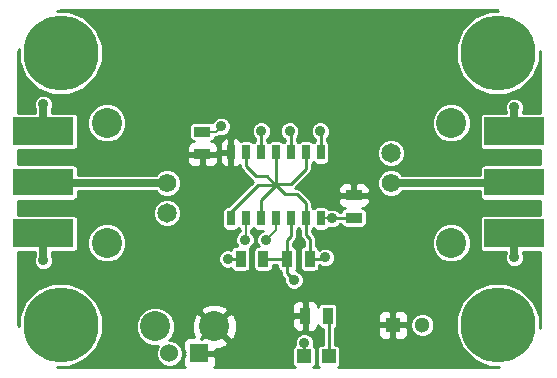
<source format=gtl>
G04 #@! TF.FileFunction,Copper,L1,Top,Signal*
%FSLAX46Y46*%
G04 Gerber Fmt 4.6, Leading zero omitted, Abs format (unit mm)*
G04 Created by KiCad (PCBNEW (after 2015-mar-04 BZR unknown)-product) date 2/18/2016 12:28:49 PM*
%MOMM*%
G01*
G04 APERTURE LIST*
%ADD10C,0.150000*%
%ADD11R,0.889000X1.397000*%
%ADD12R,1.397000X0.889000*%
%ADD13C,2.540000*%
%ADD14R,0.635000X1.270000*%
%ADD15C,6.350000*%
%ADD16R,5.080000X2.286000*%
%ADD17R,5.080000X2.413000*%
%ADD18C,1.574800*%
%ADD19C,1.651000*%
%ADD20R,1.198880X1.198880*%
%ADD21R,1.524000X1.524000*%
%ADD22C,1.524000*%
%ADD23R,1.300000X1.300000*%
%ADD24C,1.300000*%
%ADD25C,0.889000*%
%ADD26C,0.203200*%
%ADD27C,0.635000*%
%ADD28C,0.254000*%
G04 APERTURE END LIST*
D10*
D11*
X23177500Y-21463000D03*
X25082500Y-21463000D03*
X21145500Y-21463000D03*
X19240500Y-21463000D03*
D12*
X16000000Y-12582500D03*
X16000000Y-10677500D03*
D13*
X17018000Y-27178000D03*
X12018000Y-27178000D03*
D14*
X18415000Y-18034000D03*
X19685000Y-18034000D03*
X20955000Y-18034000D03*
X22225000Y-18034000D03*
X23495000Y-18034000D03*
X24765000Y-18034000D03*
X26035000Y-18034000D03*
X26035000Y-12446000D03*
X24765000Y-12446000D03*
X23495000Y-12446000D03*
X22225000Y-12446000D03*
X20955000Y-12446000D03*
X19685000Y-12446000D03*
X18415000Y-12446000D03*
D15*
X4000000Y-27030000D03*
X41000000Y-4030000D03*
X4000000Y-4030000D03*
D16*
X2540000Y-14986000D03*
D17*
X2540000Y-10668000D03*
X2540000Y-19304000D03*
D18*
X13000000Y-15030000D03*
D19*
X13000000Y-17570000D03*
D13*
X7920000Y-20110000D03*
X7920000Y-9950000D03*
D16*
X42418000Y-14986000D03*
D17*
X42418000Y-10668000D03*
X42418000Y-19304000D03*
D15*
X41000000Y-27030000D03*
D18*
X32000000Y-15030000D03*
D19*
X32000000Y-12490000D03*
D13*
X37080000Y-9950000D03*
X37080000Y-20110000D03*
D12*
X28829000Y-16065500D03*
X28829000Y-17970500D03*
D11*
X24701500Y-26289000D03*
X26606500Y-26289000D03*
D20*
X26703020Y-29718000D03*
X24604980Y-29718000D03*
D21*
X15748000Y-29464000D03*
D22*
X13208000Y-29464000D03*
D23*
X32131000Y-27051000D03*
D24*
X34631000Y-27051000D03*
D25*
X17600000Y-10230000D03*
X42418000Y-8636000D03*
X42418000Y-21336000D03*
X2540000Y-8382000D03*
X2540000Y-21590000D03*
X24638000Y-28575000D03*
X18161000Y-21463000D03*
X27000000Y-18030000D03*
X21400000Y-19830000D03*
X19600000Y-19830000D03*
X26416000Y-21336000D03*
X26000000Y-10630000D03*
X23400000Y-10630000D03*
X21000000Y-10630000D03*
X23749000Y-23241000D03*
D26*
X17152500Y-10677500D02*
X17600000Y-10230000D01*
X16000000Y-10677500D02*
X17152500Y-10677500D01*
D27*
X42418000Y-10668000D02*
X42418000Y-8636000D01*
X42418000Y-19304000D02*
X42418000Y-21336000D01*
X2540000Y-10668000D02*
X2540000Y-8382000D01*
X2540000Y-19304000D02*
X2540000Y-21590000D01*
D28*
X24604980Y-28608020D02*
X24638000Y-28575000D01*
X24604980Y-29718000D02*
X24604980Y-28608020D01*
X19240500Y-21463000D02*
X18161000Y-21463000D01*
D26*
X26996000Y-18034000D02*
X27000000Y-18030000D01*
X26996000Y-18034000D02*
X26035000Y-18034000D01*
D28*
X27059500Y-17970500D02*
X27000000Y-18030000D01*
X28829000Y-17970500D02*
X27059500Y-17970500D01*
D26*
X22225000Y-19005000D02*
X21400000Y-19830000D01*
X22225000Y-18034000D02*
X22225000Y-19005000D01*
X19685000Y-19745000D02*
X19600000Y-19830000D01*
X19685000Y-18034000D02*
X19685000Y-19745000D01*
X24895000Y-21275500D02*
X25082500Y-21463000D01*
X22200000Y-12471000D02*
X22225000Y-12446000D01*
D28*
X24765000Y-16764000D02*
X24003000Y-16002000D01*
X24003000Y-16002000D02*
X22987000Y-16002000D01*
X22987000Y-16002000D02*
X22225000Y-15240000D01*
X22225000Y-15240000D02*
X22225000Y-12446000D01*
X24765000Y-18034000D02*
X24765000Y-16764000D01*
X20955000Y-16510000D02*
X22225000Y-15240000D01*
X20955000Y-18034000D02*
X20955000Y-16510000D01*
X20701000Y-15240000D02*
X22225000Y-15240000D01*
X18415000Y-17526000D02*
X20701000Y-15240000D01*
X18415000Y-18034000D02*
X18415000Y-17526000D01*
X19685000Y-13589000D02*
X20574000Y-14478000D01*
X20574000Y-14478000D02*
X21463000Y-14478000D01*
X22098000Y-15113000D02*
X22225000Y-15240000D01*
X21463000Y-14478000D02*
X22098000Y-15113000D01*
X19685000Y-12446000D02*
X19685000Y-13589000D01*
X24765000Y-13843000D02*
X23495000Y-15113000D01*
X23495000Y-15113000D02*
X22098000Y-15113000D01*
X24765000Y-12446000D02*
X24765000Y-13843000D01*
X24765000Y-19431000D02*
X25082500Y-19748500D01*
X25082500Y-19748500D02*
X25082500Y-21463000D01*
X24765000Y-18034000D02*
X24765000Y-19431000D01*
X26416000Y-21336000D02*
X26289000Y-21463000D01*
X26289000Y-21463000D02*
X25082500Y-21463000D01*
D27*
X32000000Y-15030000D02*
X42000000Y-15030000D01*
X13000000Y-15030000D02*
X3000000Y-15030000D01*
D28*
X26035000Y-10665000D02*
X26000000Y-10630000D01*
X26035000Y-12446000D02*
X26035000Y-10665000D01*
X23495000Y-10725000D02*
X23400000Y-10630000D01*
X23495000Y-12446000D02*
X23495000Y-10725000D01*
X20955000Y-10675000D02*
X21000000Y-10630000D01*
X20955000Y-12446000D02*
X20955000Y-10675000D01*
X26703020Y-26385520D02*
X26606500Y-26289000D01*
X26703020Y-29718000D02*
X26703020Y-26385520D01*
X21145500Y-21463000D02*
X23177500Y-21463000D01*
X23495000Y-19558000D02*
X23177500Y-19875500D01*
X23177500Y-19875500D02*
X23177500Y-21463000D01*
X23495000Y-18034000D02*
X23495000Y-19558000D01*
X23177500Y-22669500D02*
X23749000Y-23241000D01*
X23177500Y-21463000D02*
X23177500Y-22669500D01*
G36*
X40982712Y-384210D02*
X41075328Y-474064D01*
X40295771Y-473384D01*
X38988319Y-1013612D01*
X37987128Y-2013058D01*
X37444619Y-3319565D01*
X37443384Y-4734229D01*
X37983612Y-6041681D01*
X38983058Y-7042872D01*
X40289565Y-7585381D01*
X41704229Y-7586616D01*
X43011681Y-7046388D01*
X44012872Y-6046942D01*
X44555381Y-4740435D01*
X44556158Y-3851088D01*
X44589085Y-3883034D01*
X44619800Y-4037448D01*
X44619800Y-9073036D01*
X43130365Y-9073036D01*
X43243357Y-8800923D01*
X43243643Y-8472518D01*
X43118233Y-8169002D01*
X42886219Y-7936583D01*
X42582923Y-7810643D01*
X42254518Y-7810357D01*
X41951002Y-7935767D01*
X41718583Y-8167781D01*
X41592643Y-8471077D01*
X41592357Y-8799482D01*
X41705387Y-9073036D01*
X39878000Y-9073036D01*
X39736810Y-9099603D01*
X39607135Y-9183046D01*
X39520141Y-9310366D01*
X39489536Y-9461500D01*
X39489536Y-11874500D01*
X39516103Y-12015690D01*
X39599546Y-12145365D01*
X39726866Y-12232359D01*
X39878000Y-12262964D01*
X44619800Y-12262964D01*
X44619800Y-13454536D01*
X39878000Y-13454536D01*
X39736810Y-13481103D01*
X39607135Y-13564546D01*
X39520141Y-13691866D01*
X39489536Y-13843000D01*
X39489536Y-14331500D01*
X32953645Y-14331500D01*
X32662709Y-14040057D01*
X32233429Y-13861804D01*
X31768611Y-13861398D01*
X31339019Y-14038901D01*
X31010057Y-14367291D01*
X30831804Y-14796571D01*
X30831398Y-15261389D01*
X31008901Y-15690981D01*
X31337291Y-16019943D01*
X31766571Y-16198196D01*
X32231389Y-16198602D01*
X32660981Y-16021099D01*
X32954090Y-15728500D01*
X39489536Y-15728500D01*
X39489536Y-16129000D01*
X39516103Y-16270190D01*
X39599546Y-16399865D01*
X39726866Y-16486859D01*
X39878000Y-16517464D01*
X44619800Y-16517464D01*
X44619800Y-17709036D01*
X39878000Y-17709036D01*
X39736810Y-17735603D01*
X39607135Y-17819046D01*
X39520141Y-17946366D01*
X39489536Y-18097500D01*
X39489536Y-20510500D01*
X39516103Y-20651690D01*
X39599546Y-20781365D01*
X39726866Y-20868359D01*
X39878000Y-20898964D01*
X41705635Y-20898964D01*
X41592643Y-21171077D01*
X41592357Y-21499482D01*
X41717767Y-21802998D01*
X41949781Y-22035417D01*
X42253077Y-22161357D01*
X42581482Y-22161643D01*
X42884998Y-22036233D01*
X43117417Y-21804219D01*
X43243357Y-21500923D01*
X43243643Y-21172518D01*
X43130613Y-20898964D01*
X44619800Y-20898964D01*
X44619800Y-26992552D01*
X44564791Y-27269104D01*
X44555785Y-27277680D01*
X44556616Y-26325771D01*
X44016388Y-25018319D01*
X43016942Y-24017128D01*
X41710435Y-23474619D01*
X40295771Y-23473384D01*
X38988319Y-24013612D01*
X37987128Y-25013058D01*
X37444619Y-26319565D01*
X37443384Y-27734229D01*
X37983612Y-29041681D01*
X38983058Y-30042872D01*
X40289565Y-30585381D01*
X41081974Y-30586072D01*
X41028922Y-30636598D01*
X40962552Y-30649800D01*
X27489552Y-30649800D01*
X27573325Y-30595894D01*
X27660319Y-30468574D01*
X27690924Y-30317440D01*
X27690924Y-29118560D01*
X27664357Y-28977370D01*
X27580914Y-28847695D01*
X27453594Y-28760701D01*
X27302460Y-28730096D01*
X27211020Y-28730096D01*
X27211020Y-27337280D01*
X27211843Y-27336750D01*
X30846000Y-27336750D01*
X30846000Y-27827310D01*
X30942673Y-28060699D01*
X31121302Y-28239327D01*
X31354691Y-28336000D01*
X31845250Y-28336000D01*
X32004000Y-28177250D01*
X32004000Y-27178000D01*
X32258000Y-27178000D01*
X32258000Y-28177250D01*
X32416750Y-28336000D01*
X32907309Y-28336000D01*
X33140698Y-28239327D01*
X33319327Y-28060699D01*
X33416000Y-27827310D01*
X33416000Y-27336750D01*
X33334429Y-27255179D01*
X33599822Y-27255179D01*
X33756451Y-27634251D01*
X34046223Y-27924529D01*
X34425022Y-28081820D01*
X34835179Y-28082178D01*
X35214251Y-27925549D01*
X35504529Y-27635777D01*
X35661820Y-27256978D01*
X35662178Y-26846821D01*
X35505549Y-26467749D01*
X35215777Y-26177471D01*
X34836978Y-26020180D01*
X34426821Y-26019822D01*
X34047749Y-26176451D01*
X33757471Y-26466223D01*
X33600180Y-26845022D01*
X33599822Y-27255179D01*
X33334429Y-27255179D01*
X33257250Y-27178000D01*
X32258000Y-27178000D01*
X32004000Y-27178000D01*
X31004750Y-27178000D01*
X30846000Y-27336750D01*
X27211843Y-27336750D01*
X27321865Y-27265954D01*
X27408859Y-27138634D01*
X27439464Y-26987500D01*
X27439464Y-26274690D01*
X30846000Y-26274690D01*
X30846000Y-26765250D01*
X31004750Y-26924000D01*
X32004000Y-26924000D01*
X32004000Y-25924750D01*
X32258000Y-25924750D01*
X32258000Y-26924000D01*
X33257250Y-26924000D01*
X33416000Y-26765250D01*
X33416000Y-26274690D01*
X33319327Y-26041301D01*
X33140698Y-25862673D01*
X32907309Y-25766000D01*
X32416750Y-25766000D01*
X32258000Y-25924750D01*
X32004000Y-25924750D01*
X31845250Y-25766000D01*
X31354691Y-25766000D01*
X31121302Y-25862673D01*
X30942673Y-26041301D01*
X30846000Y-26274690D01*
X27439464Y-26274690D01*
X27439464Y-25590500D01*
X27412897Y-25449310D01*
X27329454Y-25319635D01*
X27202134Y-25232641D01*
X27051000Y-25202036D01*
X26162000Y-25202036D01*
X26020810Y-25228603D01*
X25891135Y-25312046D01*
X25804141Y-25439366D01*
X25781000Y-25553641D01*
X25781000Y-25464190D01*
X25684327Y-25230801D01*
X25505698Y-25052173D01*
X25272309Y-24955500D01*
X24987250Y-24955500D01*
X24828500Y-25114250D01*
X24828500Y-26162000D01*
X24848500Y-26162000D01*
X24848500Y-26416000D01*
X24828500Y-26416000D01*
X24828500Y-27463750D01*
X24987250Y-27622500D01*
X25272309Y-27622500D01*
X25505698Y-27525827D01*
X25684327Y-27347199D01*
X25781000Y-27113810D01*
X25781000Y-27027167D01*
X25800103Y-27128690D01*
X25883546Y-27258365D01*
X26010866Y-27345359D01*
X26162000Y-27375964D01*
X26195020Y-27375964D01*
X26195020Y-28730096D01*
X26103580Y-28730096D01*
X25962390Y-28756663D01*
X25832715Y-28840106D01*
X25745721Y-28967426D01*
X25715116Y-29118560D01*
X25715116Y-30317440D01*
X25741683Y-30458630D01*
X25825126Y-30588305D01*
X25915127Y-30649800D01*
X25391512Y-30649800D01*
X25475285Y-30595894D01*
X25562279Y-30468574D01*
X25592884Y-30317440D01*
X25592884Y-29118560D01*
X25566317Y-28977370D01*
X25482874Y-28847695D01*
X25432810Y-28813488D01*
X25463357Y-28739923D01*
X25463643Y-28411518D01*
X25338233Y-28108002D01*
X25106219Y-27875583D01*
X24802923Y-27749643D01*
X24474518Y-27749357D01*
X24171002Y-27874767D01*
X23938583Y-28106781D01*
X23812643Y-28410077D01*
X23812357Y-28738482D01*
X23829212Y-28779274D01*
X23734675Y-28840106D01*
X23647681Y-28967426D01*
X23617076Y-29118560D01*
X23617076Y-30317440D01*
X23643643Y-30458630D01*
X23727086Y-30588305D01*
X23817087Y-30649800D01*
X16984226Y-30649800D01*
X17048327Y-30585699D01*
X17145000Y-30352310D01*
X17145000Y-29749750D01*
X16986250Y-29591000D01*
X15875000Y-29591000D01*
X15875000Y-29611000D01*
X15621000Y-29611000D01*
X15621000Y-29591000D01*
X15601000Y-29591000D01*
X15601000Y-29337000D01*
X15621000Y-29337000D01*
X15621000Y-29317000D01*
X15875000Y-29317000D01*
X15875000Y-29337000D01*
X16986250Y-29337000D01*
X17145000Y-29178250D01*
X17145000Y-29080329D01*
X17446632Y-29072436D01*
X18054480Y-28820657D01*
X18186172Y-28525777D01*
X17018000Y-27357605D01*
X16308605Y-28067000D01*
X16033750Y-28067000D01*
X15875002Y-28225748D01*
X15875002Y-28141393D01*
X16838395Y-27178000D01*
X17197605Y-27178000D01*
X18365777Y-28346172D01*
X18660657Y-28214480D01*
X18932261Y-27506964D01*
X18912436Y-26749368D01*
X18840107Y-26574750D01*
X23622000Y-26574750D01*
X23622000Y-27113810D01*
X23718673Y-27347199D01*
X23897302Y-27525827D01*
X24130691Y-27622500D01*
X24415750Y-27622500D01*
X24574500Y-27463750D01*
X24574500Y-26416000D01*
X23780750Y-26416000D01*
X23622000Y-26574750D01*
X18840107Y-26574750D01*
X18660657Y-26141520D01*
X18365777Y-26009828D01*
X17197605Y-27178000D01*
X16838395Y-27178000D01*
X15670223Y-26009828D01*
X15375343Y-26141520D01*
X15103739Y-26849036D01*
X15123564Y-27606632D01*
X15314255Y-28067000D01*
X14859691Y-28067000D01*
X14626302Y-28163673D01*
X14447673Y-28342301D01*
X14351000Y-28575690D01*
X14351000Y-29178250D01*
X14509748Y-29336998D01*
X14351111Y-29336998D01*
X14351198Y-29237641D01*
X14177554Y-28817388D01*
X13856303Y-28495577D01*
X13436354Y-28321199D01*
X13209909Y-28321001D01*
X13416834Y-28114437D01*
X13668713Y-27507845D01*
X13669286Y-26851037D01*
X13418466Y-26244005D01*
X13005406Y-25830223D01*
X15849828Y-25830223D01*
X17018000Y-26998395D01*
X18186172Y-25830223D01*
X18054480Y-25535343D01*
X17869130Y-25464190D01*
X23622000Y-25464190D01*
X23622000Y-26003250D01*
X23780750Y-26162000D01*
X24574500Y-26162000D01*
X24574500Y-25114250D01*
X24415750Y-24955500D01*
X24130691Y-24955500D01*
X23897302Y-25052173D01*
X23718673Y-25230801D01*
X23622000Y-25464190D01*
X17869130Y-25464190D01*
X17346964Y-25263739D01*
X16589368Y-25283564D01*
X15981520Y-25535343D01*
X15849828Y-25830223D01*
X13005406Y-25830223D01*
X12954437Y-25779166D01*
X12347845Y-25527287D01*
X11691037Y-25526714D01*
X11084005Y-25777534D01*
X10619166Y-26241563D01*
X10367287Y-26848155D01*
X10366714Y-27504963D01*
X10617534Y-28111995D01*
X11081563Y-28576834D01*
X11688155Y-28828713D01*
X12233975Y-28829189D01*
X12065199Y-29235646D01*
X12064802Y-29690359D01*
X12238446Y-30110612D01*
X12559697Y-30432423D01*
X12979646Y-30606801D01*
X13434359Y-30607198D01*
X13854612Y-30433554D01*
X14176423Y-30112303D01*
X14350801Y-29692354D01*
X14351000Y-29464425D01*
X14351000Y-29591002D01*
X14509748Y-29591002D01*
X14351000Y-29749750D01*
X14351000Y-30352310D01*
X14447673Y-30585699D01*
X14511774Y-30649800D01*
X4037448Y-30649800D01*
X3715461Y-30585753D01*
X4704229Y-30586616D01*
X6011681Y-30046388D01*
X7012872Y-29046942D01*
X7555381Y-27740435D01*
X7556616Y-26325771D01*
X7016388Y-25018319D01*
X6016942Y-24017128D01*
X4710435Y-23474619D01*
X3295771Y-23473384D01*
X1988319Y-24013612D01*
X987128Y-25013058D01*
X444619Y-26319565D01*
X443911Y-27131344D01*
X397633Y-27080195D01*
X380200Y-26992552D01*
X380200Y-20898964D01*
X1841500Y-20898964D01*
X1841500Y-21120866D01*
X1840583Y-21121781D01*
X1714643Y-21425077D01*
X1714357Y-21753482D01*
X1839767Y-22056998D01*
X2071781Y-22289417D01*
X2375077Y-22415357D01*
X2703482Y-22415643D01*
X3006998Y-22290233D01*
X3239417Y-22058219D01*
X3365357Y-21754923D01*
X3365643Y-21426518D01*
X3240233Y-21123002D01*
X3238500Y-21121266D01*
X3238500Y-20898964D01*
X5080000Y-20898964D01*
X5221190Y-20872397D01*
X5350865Y-20788954D01*
X5437859Y-20661634D01*
X5468464Y-20510500D01*
X5468464Y-20436963D01*
X6268714Y-20436963D01*
X6519534Y-21043995D01*
X6983563Y-21508834D01*
X7590155Y-21760713D01*
X8246963Y-21761286D01*
X8573214Y-21626482D01*
X17335357Y-21626482D01*
X17460767Y-21929998D01*
X17692781Y-22162417D01*
X17996077Y-22288357D01*
X18324482Y-22288643D01*
X18423743Y-22247629D01*
X18434103Y-22302690D01*
X18517546Y-22432365D01*
X18644866Y-22519359D01*
X18796000Y-22549964D01*
X19685000Y-22549964D01*
X19826190Y-22523397D01*
X19955865Y-22439954D01*
X20042859Y-22312634D01*
X20073464Y-22161500D01*
X20073464Y-20764500D01*
X20046897Y-20623310D01*
X20003806Y-20556344D01*
X20066998Y-20530233D01*
X20299417Y-20298219D01*
X20425357Y-19994923D01*
X20425643Y-19666518D01*
X20300233Y-19363002D01*
X20167600Y-19230137D01*
X20167600Y-19015511D01*
X20273365Y-18947454D01*
X20320005Y-18879194D01*
X20359046Y-18939865D01*
X20486366Y-19026859D01*
X20637500Y-19057464D01*
X21107989Y-19057464D01*
X20933002Y-19129767D01*
X20700583Y-19361781D01*
X20574643Y-19665077D01*
X20574357Y-19993482D01*
X20699767Y-20296998D01*
X20778667Y-20376036D01*
X20701000Y-20376036D01*
X20559810Y-20402603D01*
X20430135Y-20486046D01*
X20343141Y-20613366D01*
X20312536Y-20764500D01*
X20312536Y-22161500D01*
X20339103Y-22302690D01*
X20422546Y-22432365D01*
X20549866Y-22519359D01*
X20701000Y-22549964D01*
X21590000Y-22549964D01*
X21731190Y-22523397D01*
X21860865Y-22439954D01*
X21947859Y-22312634D01*
X21978464Y-22161500D01*
X21978464Y-21971000D01*
X22344536Y-21971000D01*
X22344536Y-22161500D01*
X22371103Y-22302690D01*
X22454546Y-22432365D01*
X22581866Y-22519359D01*
X22669500Y-22537105D01*
X22669500Y-22669500D01*
X22708169Y-22863903D01*
X22818290Y-23028710D01*
X22923593Y-23134013D01*
X22923357Y-23404482D01*
X23048767Y-23707998D01*
X23280781Y-23940417D01*
X23584077Y-24066357D01*
X23912482Y-24066643D01*
X24215998Y-23941233D01*
X24448417Y-23709219D01*
X24574357Y-23405923D01*
X24574643Y-23077518D01*
X24449233Y-22774002D01*
X24217219Y-22541583D01*
X23913923Y-22415643D01*
X23909479Y-22415639D01*
X23979859Y-22312634D01*
X24010464Y-22161500D01*
X24010464Y-20764500D01*
X23983897Y-20623310D01*
X23900454Y-20493635D01*
X23773134Y-20406641D01*
X23685500Y-20388895D01*
X23685500Y-20085920D01*
X23854210Y-19917210D01*
X23964331Y-19752403D01*
X24003000Y-19558000D01*
X24003000Y-18999167D01*
X24083365Y-18947454D01*
X24130005Y-18879194D01*
X24169046Y-18939865D01*
X24257000Y-18999961D01*
X24257000Y-19431000D01*
X24295669Y-19625403D01*
X24405790Y-19790210D01*
X24574500Y-19958920D01*
X24574500Y-20387984D01*
X24496810Y-20402603D01*
X24367135Y-20486046D01*
X24280141Y-20613366D01*
X24249536Y-20764500D01*
X24249536Y-22161500D01*
X24276103Y-22302690D01*
X24359546Y-22432365D01*
X24486866Y-22519359D01*
X24638000Y-22549964D01*
X25527000Y-22549964D01*
X25668190Y-22523397D01*
X25797865Y-22439954D01*
X25884859Y-22312634D01*
X25915464Y-22161500D01*
X25915464Y-22003044D01*
X25947781Y-22035417D01*
X26251077Y-22161357D01*
X26579482Y-22161643D01*
X26882998Y-22036233D01*
X27115417Y-21804219D01*
X27241357Y-21500923D01*
X27241643Y-21172518D01*
X27116233Y-20869002D01*
X26884219Y-20636583D01*
X26580923Y-20510643D01*
X26252518Y-20510357D01*
X25949002Y-20635767D01*
X25900375Y-20684309D01*
X25888897Y-20623310D01*
X25805454Y-20493635D01*
X25722512Y-20436963D01*
X35428714Y-20436963D01*
X35679534Y-21043995D01*
X36143563Y-21508834D01*
X36750155Y-21760713D01*
X37406963Y-21761286D01*
X38013995Y-21510466D01*
X38478834Y-21046437D01*
X38730713Y-20439845D01*
X38731286Y-19783037D01*
X38480466Y-19176005D01*
X38016437Y-18711166D01*
X37409845Y-18459287D01*
X36753037Y-18458714D01*
X36146005Y-18709534D01*
X35681166Y-19173563D01*
X35429287Y-19780155D01*
X35428714Y-20436963D01*
X25722512Y-20436963D01*
X25678134Y-20406641D01*
X25590500Y-20388895D01*
X25590500Y-19748500D01*
X25551831Y-19554097D01*
X25441710Y-19389290D01*
X25273000Y-19220580D01*
X25273000Y-18999167D01*
X25353365Y-18947454D01*
X25400005Y-18879194D01*
X25439046Y-18939865D01*
X25566366Y-19026859D01*
X25717500Y-19057464D01*
X26352500Y-19057464D01*
X26493690Y-19030897D01*
X26623365Y-18947454D01*
X26710359Y-18820134D01*
X26713453Y-18804854D01*
X26835077Y-18855357D01*
X27163482Y-18855643D01*
X27466998Y-18730233D01*
X27699417Y-18498219D01*
X27707605Y-18478500D01*
X27753984Y-18478500D01*
X27768603Y-18556190D01*
X27852046Y-18685865D01*
X27979366Y-18772859D01*
X28130500Y-18803464D01*
X29527500Y-18803464D01*
X29668690Y-18776897D01*
X29798365Y-18693454D01*
X29885359Y-18566134D01*
X29915964Y-18415000D01*
X29915964Y-17526000D01*
X29889397Y-17384810D01*
X29805954Y-17255135D01*
X29678634Y-17168141D01*
X29564359Y-17145000D01*
X29653810Y-17145000D01*
X29887199Y-17048327D01*
X30065827Y-16869698D01*
X30162500Y-16636309D01*
X30162500Y-16351250D01*
X30003750Y-16192500D01*
X28956000Y-16192500D01*
X28956000Y-16212500D01*
X28702000Y-16212500D01*
X28702000Y-16192500D01*
X27654250Y-16192500D01*
X27495500Y-16351250D01*
X27495500Y-16636309D01*
X27592173Y-16869698D01*
X27770801Y-17048327D01*
X28004190Y-17145000D01*
X28090833Y-17145000D01*
X27989310Y-17164103D01*
X27859635Y-17247546D01*
X27772641Y-17374866D01*
X27754895Y-17462500D01*
X27599906Y-17462500D01*
X27468219Y-17330583D01*
X27164923Y-17204643D01*
X26836518Y-17204357D01*
X26712875Y-17255445D01*
X26630954Y-17128135D01*
X26503634Y-17041141D01*
X26352500Y-17010536D01*
X25717500Y-17010536D01*
X25576310Y-17037103D01*
X25446635Y-17120546D01*
X25399995Y-17188806D01*
X25360954Y-17128135D01*
X25273000Y-17068039D01*
X25273000Y-16764000D01*
X25234331Y-16569597D01*
X25124210Y-16404790D01*
X24362210Y-15642790D01*
X24197403Y-15532669D01*
X24006474Y-15494691D01*
X27495500Y-15494691D01*
X27495500Y-15779750D01*
X27654250Y-15938500D01*
X28702000Y-15938500D01*
X28702000Y-15144750D01*
X28956000Y-15144750D01*
X28956000Y-15938500D01*
X30003750Y-15938500D01*
X30162500Y-15779750D01*
X30162500Y-15494691D01*
X30065827Y-15261302D01*
X29887199Y-15082673D01*
X29653810Y-14986000D01*
X29114750Y-14986000D01*
X28956000Y-15144750D01*
X28702000Y-15144750D01*
X28543250Y-14986000D01*
X28004190Y-14986000D01*
X27770801Y-15082673D01*
X27592173Y-15261302D01*
X27495500Y-15494691D01*
X24006474Y-15494691D01*
X24003000Y-15494000D01*
X23821599Y-15494000D01*
X23854210Y-15472210D01*
X25124210Y-14202210D01*
X25234331Y-14037404D01*
X25247738Y-13970000D01*
X25273000Y-13843000D01*
X25273000Y-13411167D01*
X25353365Y-13359454D01*
X25400005Y-13291194D01*
X25439046Y-13351865D01*
X25566366Y-13438859D01*
X25717500Y-13469464D01*
X26352500Y-13469464D01*
X26493690Y-13442897D01*
X26623365Y-13359454D01*
X26710359Y-13232134D01*
X26740964Y-13081000D01*
X26740964Y-12728935D01*
X30793291Y-12728935D01*
X30976582Y-13172535D01*
X31315680Y-13512225D01*
X31758959Y-13696290D01*
X32238935Y-13696709D01*
X32682535Y-13513418D01*
X33022225Y-13174320D01*
X33206290Y-12731041D01*
X33206709Y-12251065D01*
X33023418Y-11807465D01*
X32684320Y-11467775D01*
X32241041Y-11283710D01*
X31761065Y-11283291D01*
X31317465Y-11466582D01*
X30977775Y-11805680D01*
X30793710Y-12248959D01*
X30793291Y-12728935D01*
X26740964Y-12728935D01*
X26740964Y-11811000D01*
X26714397Y-11669810D01*
X26630954Y-11540135D01*
X26543000Y-11480039D01*
X26543000Y-11254363D01*
X26699417Y-11098219D01*
X26825357Y-10794923D01*
X26825643Y-10466518D01*
X26747321Y-10276963D01*
X35428714Y-10276963D01*
X35679534Y-10883995D01*
X36143563Y-11348834D01*
X36750155Y-11600713D01*
X37406963Y-11601286D01*
X38013995Y-11350466D01*
X38478834Y-10886437D01*
X38730713Y-10279845D01*
X38731286Y-9623037D01*
X38480466Y-9016005D01*
X38016437Y-8551166D01*
X37409845Y-8299287D01*
X36753037Y-8298714D01*
X36146005Y-8549534D01*
X35681166Y-9013563D01*
X35429287Y-9620155D01*
X35428714Y-10276963D01*
X26747321Y-10276963D01*
X26700233Y-10163002D01*
X26468219Y-9930583D01*
X26164923Y-9804643D01*
X25836518Y-9804357D01*
X25533002Y-9929767D01*
X25300583Y-10161781D01*
X25174643Y-10465077D01*
X25174357Y-10793482D01*
X25299767Y-11096998D01*
X25527000Y-11324628D01*
X25527000Y-11480833D01*
X25446635Y-11532546D01*
X25399995Y-11600806D01*
X25360954Y-11540135D01*
X25233634Y-11453141D01*
X25082500Y-11422536D01*
X24447500Y-11422536D01*
X24306310Y-11449103D01*
X24176635Y-11532546D01*
X24129995Y-11600806D01*
X24090954Y-11540135D01*
X24003000Y-11480039D01*
X24003000Y-11194468D01*
X24099417Y-11098219D01*
X24225357Y-10794923D01*
X24225643Y-10466518D01*
X24100233Y-10163002D01*
X23868219Y-9930583D01*
X23564923Y-9804643D01*
X23236518Y-9804357D01*
X22933002Y-9929767D01*
X22700583Y-10161781D01*
X22574643Y-10465077D01*
X22574357Y-10793482D01*
X22699767Y-11096998D01*
X22931781Y-11329417D01*
X22987000Y-11352346D01*
X22987000Y-11480833D01*
X22906635Y-11532546D01*
X22859995Y-11600806D01*
X22820954Y-11540135D01*
X22693634Y-11453141D01*
X22542500Y-11422536D01*
X21907500Y-11422536D01*
X21766310Y-11449103D01*
X21636635Y-11532546D01*
X21589995Y-11600806D01*
X21550954Y-11540135D01*
X21463000Y-11480039D01*
X21463000Y-11331885D01*
X21466998Y-11330233D01*
X21699417Y-11098219D01*
X21825357Y-10794923D01*
X21825643Y-10466518D01*
X21700233Y-10163002D01*
X21468219Y-9930583D01*
X21164923Y-9804643D01*
X20836518Y-9804357D01*
X20533002Y-9929767D01*
X20300583Y-10161781D01*
X20174643Y-10465077D01*
X20174357Y-10793482D01*
X20299767Y-11096998D01*
X20447000Y-11244488D01*
X20447000Y-11480833D01*
X20366635Y-11532546D01*
X20319995Y-11600806D01*
X20280954Y-11540135D01*
X20153634Y-11453141D01*
X20002500Y-11422536D01*
X19367500Y-11422536D01*
X19261927Y-11442401D01*
X19092198Y-11272673D01*
X18858809Y-11176000D01*
X18700750Y-11176000D01*
X18542000Y-11334750D01*
X18542000Y-12319000D01*
X18562000Y-12319000D01*
X18562000Y-12573000D01*
X18542000Y-12573000D01*
X18542000Y-13557250D01*
X18700750Y-13716000D01*
X18858809Y-13716000D01*
X19092198Y-13619327D01*
X19177000Y-13534525D01*
X19177000Y-13589000D01*
X19215669Y-13783403D01*
X19325790Y-13948210D01*
X20214790Y-14837210D01*
X20317045Y-14905535D01*
X18212044Y-17010536D01*
X18097500Y-17010536D01*
X17956310Y-17037103D01*
X17826635Y-17120546D01*
X17739641Y-17247866D01*
X17709036Y-17399000D01*
X17709036Y-18669000D01*
X17735603Y-18810190D01*
X17819046Y-18939865D01*
X17946366Y-19026859D01*
X18097500Y-19057464D01*
X18732500Y-19057464D01*
X18873690Y-19030897D01*
X19003365Y-18947454D01*
X19050005Y-18879194D01*
X19089046Y-18939865D01*
X19202400Y-19017316D01*
X19202400Y-19101092D01*
X19133002Y-19129767D01*
X18900583Y-19361781D01*
X18774643Y-19665077D01*
X18774357Y-19993482D01*
X18899767Y-20296998D01*
X18978667Y-20376036D01*
X18796000Y-20376036D01*
X18654810Y-20402603D01*
X18525135Y-20486046D01*
X18438141Y-20613366D01*
X18424902Y-20678743D01*
X18325923Y-20637643D01*
X17997518Y-20637357D01*
X17694002Y-20762767D01*
X17461583Y-20994781D01*
X17335643Y-21298077D01*
X17335357Y-21626482D01*
X8573214Y-21626482D01*
X8853995Y-21510466D01*
X9318834Y-21046437D01*
X9570713Y-20439845D01*
X9571286Y-19783037D01*
X9320466Y-19176005D01*
X8856437Y-18711166D01*
X8249845Y-18459287D01*
X7593037Y-18458714D01*
X6986005Y-18709534D01*
X6521166Y-19173563D01*
X6269287Y-19780155D01*
X6268714Y-20436963D01*
X5468464Y-20436963D01*
X5468464Y-18097500D01*
X5441897Y-17956310D01*
X5358454Y-17826635D01*
X5332550Y-17808935D01*
X11793291Y-17808935D01*
X11976582Y-18252535D01*
X12315680Y-18592225D01*
X12758959Y-18776290D01*
X13238935Y-18776709D01*
X13682535Y-18593418D01*
X14022225Y-18254320D01*
X14206290Y-17811041D01*
X14206709Y-17331065D01*
X14023418Y-16887465D01*
X13684320Y-16547775D01*
X13241041Y-16363710D01*
X12761065Y-16363291D01*
X12317465Y-16546582D01*
X11977775Y-16885680D01*
X11793710Y-17328959D01*
X11793291Y-17808935D01*
X5332550Y-17808935D01*
X5231134Y-17739641D01*
X5080000Y-17709036D01*
X380200Y-17709036D01*
X380200Y-16517464D01*
X5080000Y-16517464D01*
X5221190Y-16490897D01*
X5350865Y-16407454D01*
X5437859Y-16280134D01*
X5468464Y-16129000D01*
X5468464Y-15728500D01*
X12046355Y-15728500D01*
X12337291Y-16019943D01*
X12766571Y-16198196D01*
X13231389Y-16198602D01*
X13660981Y-16021099D01*
X13989943Y-15692709D01*
X14168196Y-15263429D01*
X14168602Y-14798611D01*
X13991099Y-14369019D01*
X13662709Y-14040057D01*
X13233429Y-13861804D01*
X12768611Y-13861398D01*
X12339019Y-14038901D01*
X12045910Y-14331500D01*
X5468464Y-14331500D01*
X5468464Y-13843000D01*
X5441897Y-13701810D01*
X5358454Y-13572135D01*
X5231134Y-13485141D01*
X5080000Y-13454536D01*
X380200Y-13454536D01*
X380200Y-12868250D01*
X14666500Y-12868250D01*
X14666500Y-13153309D01*
X14763173Y-13386698D01*
X14941801Y-13565327D01*
X15175190Y-13662000D01*
X15714250Y-13662000D01*
X15873000Y-13503250D01*
X15873000Y-12709500D01*
X16127000Y-12709500D01*
X16127000Y-13503250D01*
X16285750Y-13662000D01*
X16824810Y-13662000D01*
X17058199Y-13565327D01*
X17236827Y-13386698D01*
X17333500Y-13153309D01*
X17333500Y-12868250D01*
X17197000Y-12731750D01*
X17462500Y-12731750D01*
X17462500Y-13207310D01*
X17559173Y-13440699D01*
X17737802Y-13619327D01*
X17971191Y-13716000D01*
X18129250Y-13716000D01*
X18288000Y-13557250D01*
X18288000Y-12573000D01*
X17621250Y-12573000D01*
X17462500Y-12731750D01*
X17197000Y-12731750D01*
X17174750Y-12709500D01*
X16127000Y-12709500D01*
X15873000Y-12709500D01*
X14825250Y-12709500D01*
X14666500Y-12868250D01*
X380200Y-12868250D01*
X380200Y-12262964D01*
X5080000Y-12262964D01*
X5221190Y-12236397D01*
X5350865Y-12152954D01*
X5437859Y-12025634D01*
X5440682Y-12011691D01*
X14666500Y-12011691D01*
X14666500Y-12296750D01*
X14825250Y-12455500D01*
X15873000Y-12455500D01*
X15873000Y-12435500D01*
X16127000Y-12435500D01*
X16127000Y-12455500D01*
X17174750Y-12455500D01*
X17333500Y-12296750D01*
X17333500Y-12011691D01*
X17236827Y-11778302D01*
X17143216Y-11684690D01*
X17462500Y-11684690D01*
X17462500Y-12160250D01*
X17621250Y-12319000D01*
X18288000Y-12319000D01*
X18288000Y-11334750D01*
X18129250Y-11176000D01*
X17971191Y-11176000D01*
X17737802Y-11272673D01*
X17559173Y-11451301D01*
X17462500Y-11684690D01*
X17143216Y-11684690D01*
X17058199Y-11599673D01*
X16824810Y-11503000D01*
X16738167Y-11503000D01*
X16839690Y-11483897D01*
X16969365Y-11400454D01*
X17056359Y-11273134D01*
X17079249Y-11160100D01*
X17152500Y-11160100D01*
X17337183Y-11123364D01*
X17438958Y-11055360D01*
X17763482Y-11055643D01*
X18066998Y-10930233D01*
X18299417Y-10698219D01*
X18425357Y-10394923D01*
X18425643Y-10066518D01*
X18300233Y-9763002D01*
X18068219Y-9530583D01*
X17764923Y-9404643D01*
X17436518Y-9404357D01*
X17133002Y-9529767D01*
X16900583Y-9761781D01*
X16852655Y-9877205D01*
X16849634Y-9875141D01*
X16698500Y-9844536D01*
X15301500Y-9844536D01*
X15160310Y-9871103D01*
X15030635Y-9954546D01*
X14943641Y-10081866D01*
X14913036Y-10233000D01*
X14913036Y-11122000D01*
X14939603Y-11263190D01*
X15023046Y-11392865D01*
X15150366Y-11479859D01*
X15264641Y-11503000D01*
X15175190Y-11503000D01*
X14941801Y-11599673D01*
X14763173Y-11778302D01*
X14666500Y-12011691D01*
X5440682Y-12011691D01*
X5468464Y-11874500D01*
X5468464Y-10276963D01*
X6268714Y-10276963D01*
X6519534Y-10883995D01*
X6983563Y-11348834D01*
X7590155Y-11600713D01*
X8246963Y-11601286D01*
X8853995Y-11350466D01*
X9318834Y-10886437D01*
X9570713Y-10279845D01*
X9571286Y-9623037D01*
X9320466Y-9016005D01*
X8856437Y-8551166D01*
X8249845Y-8299287D01*
X7593037Y-8298714D01*
X6986005Y-8549534D01*
X6521166Y-9013563D01*
X6269287Y-9620155D01*
X6268714Y-10276963D01*
X5468464Y-10276963D01*
X5468464Y-9461500D01*
X5441897Y-9320310D01*
X5358454Y-9190635D01*
X5231134Y-9103641D01*
X5080000Y-9073036D01*
X3238500Y-9073036D01*
X3238500Y-8851134D01*
X3239417Y-8850219D01*
X3365357Y-8546923D01*
X3365643Y-8218518D01*
X3240233Y-7915002D01*
X3008219Y-7682583D01*
X2704923Y-7556643D01*
X2376518Y-7556357D01*
X2073002Y-7681767D01*
X1840583Y-7913781D01*
X1714643Y-8217077D01*
X1714357Y-8545482D01*
X1839767Y-8848998D01*
X1841500Y-8850734D01*
X1841500Y-9073036D01*
X380200Y-9073036D01*
X380200Y-4037448D01*
X444273Y-3715329D01*
X443384Y-4734229D01*
X983612Y-6041681D01*
X1983058Y-7042872D01*
X3289565Y-7585381D01*
X4704229Y-7586616D01*
X6011681Y-7046388D01*
X7012872Y-6046942D01*
X7555381Y-4740435D01*
X7556616Y-3325771D01*
X7016388Y-2018319D01*
X6016942Y-1017128D01*
X4710435Y-474619D01*
X3715329Y-473750D01*
X3754837Y-436415D01*
X4037448Y-380200D01*
X40962552Y-380200D01*
X40982712Y-384210D01*
X40982712Y-384210D01*
G37*
X40982712Y-384210D02*
X41075328Y-474064D01*
X40295771Y-473384D01*
X38988319Y-1013612D01*
X37987128Y-2013058D01*
X37444619Y-3319565D01*
X37443384Y-4734229D01*
X37983612Y-6041681D01*
X38983058Y-7042872D01*
X40289565Y-7585381D01*
X41704229Y-7586616D01*
X43011681Y-7046388D01*
X44012872Y-6046942D01*
X44555381Y-4740435D01*
X44556158Y-3851088D01*
X44589085Y-3883034D01*
X44619800Y-4037448D01*
X44619800Y-9073036D01*
X43130365Y-9073036D01*
X43243357Y-8800923D01*
X43243643Y-8472518D01*
X43118233Y-8169002D01*
X42886219Y-7936583D01*
X42582923Y-7810643D01*
X42254518Y-7810357D01*
X41951002Y-7935767D01*
X41718583Y-8167781D01*
X41592643Y-8471077D01*
X41592357Y-8799482D01*
X41705387Y-9073036D01*
X39878000Y-9073036D01*
X39736810Y-9099603D01*
X39607135Y-9183046D01*
X39520141Y-9310366D01*
X39489536Y-9461500D01*
X39489536Y-11874500D01*
X39516103Y-12015690D01*
X39599546Y-12145365D01*
X39726866Y-12232359D01*
X39878000Y-12262964D01*
X44619800Y-12262964D01*
X44619800Y-13454536D01*
X39878000Y-13454536D01*
X39736810Y-13481103D01*
X39607135Y-13564546D01*
X39520141Y-13691866D01*
X39489536Y-13843000D01*
X39489536Y-14331500D01*
X32953645Y-14331500D01*
X32662709Y-14040057D01*
X32233429Y-13861804D01*
X31768611Y-13861398D01*
X31339019Y-14038901D01*
X31010057Y-14367291D01*
X30831804Y-14796571D01*
X30831398Y-15261389D01*
X31008901Y-15690981D01*
X31337291Y-16019943D01*
X31766571Y-16198196D01*
X32231389Y-16198602D01*
X32660981Y-16021099D01*
X32954090Y-15728500D01*
X39489536Y-15728500D01*
X39489536Y-16129000D01*
X39516103Y-16270190D01*
X39599546Y-16399865D01*
X39726866Y-16486859D01*
X39878000Y-16517464D01*
X44619800Y-16517464D01*
X44619800Y-17709036D01*
X39878000Y-17709036D01*
X39736810Y-17735603D01*
X39607135Y-17819046D01*
X39520141Y-17946366D01*
X39489536Y-18097500D01*
X39489536Y-20510500D01*
X39516103Y-20651690D01*
X39599546Y-20781365D01*
X39726866Y-20868359D01*
X39878000Y-20898964D01*
X41705635Y-20898964D01*
X41592643Y-21171077D01*
X41592357Y-21499482D01*
X41717767Y-21802998D01*
X41949781Y-22035417D01*
X42253077Y-22161357D01*
X42581482Y-22161643D01*
X42884998Y-22036233D01*
X43117417Y-21804219D01*
X43243357Y-21500923D01*
X43243643Y-21172518D01*
X43130613Y-20898964D01*
X44619800Y-20898964D01*
X44619800Y-26992552D01*
X44564791Y-27269104D01*
X44555785Y-27277680D01*
X44556616Y-26325771D01*
X44016388Y-25018319D01*
X43016942Y-24017128D01*
X41710435Y-23474619D01*
X40295771Y-23473384D01*
X38988319Y-24013612D01*
X37987128Y-25013058D01*
X37444619Y-26319565D01*
X37443384Y-27734229D01*
X37983612Y-29041681D01*
X38983058Y-30042872D01*
X40289565Y-30585381D01*
X41081974Y-30586072D01*
X41028922Y-30636598D01*
X40962552Y-30649800D01*
X27489552Y-30649800D01*
X27573325Y-30595894D01*
X27660319Y-30468574D01*
X27690924Y-30317440D01*
X27690924Y-29118560D01*
X27664357Y-28977370D01*
X27580914Y-28847695D01*
X27453594Y-28760701D01*
X27302460Y-28730096D01*
X27211020Y-28730096D01*
X27211020Y-27337280D01*
X27211843Y-27336750D01*
X30846000Y-27336750D01*
X30846000Y-27827310D01*
X30942673Y-28060699D01*
X31121302Y-28239327D01*
X31354691Y-28336000D01*
X31845250Y-28336000D01*
X32004000Y-28177250D01*
X32004000Y-27178000D01*
X32258000Y-27178000D01*
X32258000Y-28177250D01*
X32416750Y-28336000D01*
X32907309Y-28336000D01*
X33140698Y-28239327D01*
X33319327Y-28060699D01*
X33416000Y-27827310D01*
X33416000Y-27336750D01*
X33334429Y-27255179D01*
X33599822Y-27255179D01*
X33756451Y-27634251D01*
X34046223Y-27924529D01*
X34425022Y-28081820D01*
X34835179Y-28082178D01*
X35214251Y-27925549D01*
X35504529Y-27635777D01*
X35661820Y-27256978D01*
X35662178Y-26846821D01*
X35505549Y-26467749D01*
X35215777Y-26177471D01*
X34836978Y-26020180D01*
X34426821Y-26019822D01*
X34047749Y-26176451D01*
X33757471Y-26466223D01*
X33600180Y-26845022D01*
X33599822Y-27255179D01*
X33334429Y-27255179D01*
X33257250Y-27178000D01*
X32258000Y-27178000D01*
X32004000Y-27178000D01*
X31004750Y-27178000D01*
X30846000Y-27336750D01*
X27211843Y-27336750D01*
X27321865Y-27265954D01*
X27408859Y-27138634D01*
X27439464Y-26987500D01*
X27439464Y-26274690D01*
X30846000Y-26274690D01*
X30846000Y-26765250D01*
X31004750Y-26924000D01*
X32004000Y-26924000D01*
X32004000Y-25924750D01*
X32258000Y-25924750D01*
X32258000Y-26924000D01*
X33257250Y-26924000D01*
X33416000Y-26765250D01*
X33416000Y-26274690D01*
X33319327Y-26041301D01*
X33140698Y-25862673D01*
X32907309Y-25766000D01*
X32416750Y-25766000D01*
X32258000Y-25924750D01*
X32004000Y-25924750D01*
X31845250Y-25766000D01*
X31354691Y-25766000D01*
X31121302Y-25862673D01*
X30942673Y-26041301D01*
X30846000Y-26274690D01*
X27439464Y-26274690D01*
X27439464Y-25590500D01*
X27412897Y-25449310D01*
X27329454Y-25319635D01*
X27202134Y-25232641D01*
X27051000Y-25202036D01*
X26162000Y-25202036D01*
X26020810Y-25228603D01*
X25891135Y-25312046D01*
X25804141Y-25439366D01*
X25781000Y-25553641D01*
X25781000Y-25464190D01*
X25684327Y-25230801D01*
X25505698Y-25052173D01*
X25272309Y-24955500D01*
X24987250Y-24955500D01*
X24828500Y-25114250D01*
X24828500Y-26162000D01*
X24848500Y-26162000D01*
X24848500Y-26416000D01*
X24828500Y-26416000D01*
X24828500Y-27463750D01*
X24987250Y-27622500D01*
X25272309Y-27622500D01*
X25505698Y-27525827D01*
X25684327Y-27347199D01*
X25781000Y-27113810D01*
X25781000Y-27027167D01*
X25800103Y-27128690D01*
X25883546Y-27258365D01*
X26010866Y-27345359D01*
X26162000Y-27375964D01*
X26195020Y-27375964D01*
X26195020Y-28730096D01*
X26103580Y-28730096D01*
X25962390Y-28756663D01*
X25832715Y-28840106D01*
X25745721Y-28967426D01*
X25715116Y-29118560D01*
X25715116Y-30317440D01*
X25741683Y-30458630D01*
X25825126Y-30588305D01*
X25915127Y-30649800D01*
X25391512Y-30649800D01*
X25475285Y-30595894D01*
X25562279Y-30468574D01*
X25592884Y-30317440D01*
X25592884Y-29118560D01*
X25566317Y-28977370D01*
X25482874Y-28847695D01*
X25432810Y-28813488D01*
X25463357Y-28739923D01*
X25463643Y-28411518D01*
X25338233Y-28108002D01*
X25106219Y-27875583D01*
X24802923Y-27749643D01*
X24474518Y-27749357D01*
X24171002Y-27874767D01*
X23938583Y-28106781D01*
X23812643Y-28410077D01*
X23812357Y-28738482D01*
X23829212Y-28779274D01*
X23734675Y-28840106D01*
X23647681Y-28967426D01*
X23617076Y-29118560D01*
X23617076Y-30317440D01*
X23643643Y-30458630D01*
X23727086Y-30588305D01*
X23817087Y-30649800D01*
X16984226Y-30649800D01*
X17048327Y-30585699D01*
X17145000Y-30352310D01*
X17145000Y-29749750D01*
X16986250Y-29591000D01*
X15875000Y-29591000D01*
X15875000Y-29611000D01*
X15621000Y-29611000D01*
X15621000Y-29591000D01*
X15601000Y-29591000D01*
X15601000Y-29337000D01*
X15621000Y-29337000D01*
X15621000Y-29317000D01*
X15875000Y-29317000D01*
X15875000Y-29337000D01*
X16986250Y-29337000D01*
X17145000Y-29178250D01*
X17145000Y-29080329D01*
X17446632Y-29072436D01*
X18054480Y-28820657D01*
X18186172Y-28525777D01*
X17018000Y-27357605D01*
X16308605Y-28067000D01*
X16033750Y-28067000D01*
X15875002Y-28225748D01*
X15875002Y-28141393D01*
X16838395Y-27178000D01*
X17197605Y-27178000D01*
X18365777Y-28346172D01*
X18660657Y-28214480D01*
X18932261Y-27506964D01*
X18912436Y-26749368D01*
X18840107Y-26574750D01*
X23622000Y-26574750D01*
X23622000Y-27113810D01*
X23718673Y-27347199D01*
X23897302Y-27525827D01*
X24130691Y-27622500D01*
X24415750Y-27622500D01*
X24574500Y-27463750D01*
X24574500Y-26416000D01*
X23780750Y-26416000D01*
X23622000Y-26574750D01*
X18840107Y-26574750D01*
X18660657Y-26141520D01*
X18365777Y-26009828D01*
X17197605Y-27178000D01*
X16838395Y-27178000D01*
X15670223Y-26009828D01*
X15375343Y-26141520D01*
X15103739Y-26849036D01*
X15123564Y-27606632D01*
X15314255Y-28067000D01*
X14859691Y-28067000D01*
X14626302Y-28163673D01*
X14447673Y-28342301D01*
X14351000Y-28575690D01*
X14351000Y-29178250D01*
X14509748Y-29336998D01*
X14351111Y-29336998D01*
X14351198Y-29237641D01*
X14177554Y-28817388D01*
X13856303Y-28495577D01*
X13436354Y-28321199D01*
X13209909Y-28321001D01*
X13416834Y-28114437D01*
X13668713Y-27507845D01*
X13669286Y-26851037D01*
X13418466Y-26244005D01*
X13005406Y-25830223D01*
X15849828Y-25830223D01*
X17018000Y-26998395D01*
X18186172Y-25830223D01*
X18054480Y-25535343D01*
X17869130Y-25464190D01*
X23622000Y-25464190D01*
X23622000Y-26003250D01*
X23780750Y-26162000D01*
X24574500Y-26162000D01*
X24574500Y-25114250D01*
X24415750Y-24955500D01*
X24130691Y-24955500D01*
X23897302Y-25052173D01*
X23718673Y-25230801D01*
X23622000Y-25464190D01*
X17869130Y-25464190D01*
X17346964Y-25263739D01*
X16589368Y-25283564D01*
X15981520Y-25535343D01*
X15849828Y-25830223D01*
X13005406Y-25830223D01*
X12954437Y-25779166D01*
X12347845Y-25527287D01*
X11691037Y-25526714D01*
X11084005Y-25777534D01*
X10619166Y-26241563D01*
X10367287Y-26848155D01*
X10366714Y-27504963D01*
X10617534Y-28111995D01*
X11081563Y-28576834D01*
X11688155Y-28828713D01*
X12233975Y-28829189D01*
X12065199Y-29235646D01*
X12064802Y-29690359D01*
X12238446Y-30110612D01*
X12559697Y-30432423D01*
X12979646Y-30606801D01*
X13434359Y-30607198D01*
X13854612Y-30433554D01*
X14176423Y-30112303D01*
X14350801Y-29692354D01*
X14351000Y-29464425D01*
X14351000Y-29591002D01*
X14509748Y-29591002D01*
X14351000Y-29749750D01*
X14351000Y-30352310D01*
X14447673Y-30585699D01*
X14511774Y-30649800D01*
X4037448Y-30649800D01*
X3715461Y-30585753D01*
X4704229Y-30586616D01*
X6011681Y-30046388D01*
X7012872Y-29046942D01*
X7555381Y-27740435D01*
X7556616Y-26325771D01*
X7016388Y-25018319D01*
X6016942Y-24017128D01*
X4710435Y-23474619D01*
X3295771Y-23473384D01*
X1988319Y-24013612D01*
X987128Y-25013058D01*
X444619Y-26319565D01*
X443911Y-27131344D01*
X397633Y-27080195D01*
X380200Y-26992552D01*
X380200Y-20898964D01*
X1841500Y-20898964D01*
X1841500Y-21120866D01*
X1840583Y-21121781D01*
X1714643Y-21425077D01*
X1714357Y-21753482D01*
X1839767Y-22056998D01*
X2071781Y-22289417D01*
X2375077Y-22415357D01*
X2703482Y-22415643D01*
X3006998Y-22290233D01*
X3239417Y-22058219D01*
X3365357Y-21754923D01*
X3365643Y-21426518D01*
X3240233Y-21123002D01*
X3238500Y-21121266D01*
X3238500Y-20898964D01*
X5080000Y-20898964D01*
X5221190Y-20872397D01*
X5350865Y-20788954D01*
X5437859Y-20661634D01*
X5468464Y-20510500D01*
X5468464Y-20436963D01*
X6268714Y-20436963D01*
X6519534Y-21043995D01*
X6983563Y-21508834D01*
X7590155Y-21760713D01*
X8246963Y-21761286D01*
X8573214Y-21626482D01*
X17335357Y-21626482D01*
X17460767Y-21929998D01*
X17692781Y-22162417D01*
X17996077Y-22288357D01*
X18324482Y-22288643D01*
X18423743Y-22247629D01*
X18434103Y-22302690D01*
X18517546Y-22432365D01*
X18644866Y-22519359D01*
X18796000Y-22549964D01*
X19685000Y-22549964D01*
X19826190Y-22523397D01*
X19955865Y-22439954D01*
X20042859Y-22312634D01*
X20073464Y-22161500D01*
X20073464Y-20764500D01*
X20046897Y-20623310D01*
X20003806Y-20556344D01*
X20066998Y-20530233D01*
X20299417Y-20298219D01*
X20425357Y-19994923D01*
X20425643Y-19666518D01*
X20300233Y-19363002D01*
X20167600Y-19230137D01*
X20167600Y-19015511D01*
X20273365Y-18947454D01*
X20320005Y-18879194D01*
X20359046Y-18939865D01*
X20486366Y-19026859D01*
X20637500Y-19057464D01*
X21107989Y-19057464D01*
X20933002Y-19129767D01*
X20700583Y-19361781D01*
X20574643Y-19665077D01*
X20574357Y-19993482D01*
X20699767Y-20296998D01*
X20778667Y-20376036D01*
X20701000Y-20376036D01*
X20559810Y-20402603D01*
X20430135Y-20486046D01*
X20343141Y-20613366D01*
X20312536Y-20764500D01*
X20312536Y-22161500D01*
X20339103Y-22302690D01*
X20422546Y-22432365D01*
X20549866Y-22519359D01*
X20701000Y-22549964D01*
X21590000Y-22549964D01*
X21731190Y-22523397D01*
X21860865Y-22439954D01*
X21947859Y-22312634D01*
X21978464Y-22161500D01*
X21978464Y-21971000D01*
X22344536Y-21971000D01*
X22344536Y-22161500D01*
X22371103Y-22302690D01*
X22454546Y-22432365D01*
X22581866Y-22519359D01*
X22669500Y-22537105D01*
X22669500Y-22669500D01*
X22708169Y-22863903D01*
X22818290Y-23028710D01*
X22923593Y-23134013D01*
X22923357Y-23404482D01*
X23048767Y-23707998D01*
X23280781Y-23940417D01*
X23584077Y-24066357D01*
X23912482Y-24066643D01*
X24215998Y-23941233D01*
X24448417Y-23709219D01*
X24574357Y-23405923D01*
X24574643Y-23077518D01*
X24449233Y-22774002D01*
X24217219Y-22541583D01*
X23913923Y-22415643D01*
X23909479Y-22415639D01*
X23979859Y-22312634D01*
X24010464Y-22161500D01*
X24010464Y-20764500D01*
X23983897Y-20623310D01*
X23900454Y-20493635D01*
X23773134Y-20406641D01*
X23685500Y-20388895D01*
X23685500Y-20085920D01*
X23854210Y-19917210D01*
X23964331Y-19752403D01*
X24003000Y-19558000D01*
X24003000Y-18999167D01*
X24083365Y-18947454D01*
X24130005Y-18879194D01*
X24169046Y-18939865D01*
X24257000Y-18999961D01*
X24257000Y-19431000D01*
X24295669Y-19625403D01*
X24405790Y-19790210D01*
X24574500Y-19958920D01*
X24574500Y-20387984D01*
X24496810Y-20402603D01*
X24367135Y-20486046D01*
X24280141Y-20613366D01*
X24249536Y-20764500D01*
X24249536Y-22161500D01*
X24276103Y-22302690D01*
X24359546Y-22432365D01*
X24486866Y-22519359D01*
X24638000Y-22549964D01*
X25527000Y-22549964D01*
X25668190Y-22523397D01*
X25797865Y-22439954D01*
X25884859Y-22312634D01*
X25915464Y-22161500D01*
X25915464Y-22003044D01*
X25947781Y-22035417D01*
X26251077Y-22161357D01*
X26579482Y-22161643D01*
X26882998Y-22036233D01*
X27115417Y-21804219D01*
X27241357Y-21500923D01*
X27241643Y-21172518D01*
X27116233Y-20869002D01*
X26884219Y-20636583D01*
X26580923Y-20510643D01*
X26252518Y-20510357D01*
X25949002Y-20635767D01*
X25900375Y-20684309D01*
X25888897Y-20623310D01*
X25805454Y-20493635D01*
X25722512Y-20436963D01*
X35428714Y-20436963D01*
X35679534Y-21043995D01*
X36143563Y-21508834D01*
X36750155Y-21760713D01*
X37406963Y-21761286D01*
X38013995Y-21510466D01*
X38478834Y-21046437D01*
X38730713Y-20439845D01*
X38731286Y-19783037D01*
X38480466Y-19176005D01*
X38016437Y-18711166D01*
X37409845Y-18459287D01*
X36753037Y-18458714D01*
X36146005Y-18709534D01*
X35681166Y-19173563D01*
X35429287Y-19780155D01*
X35428714Y-20436963D01*
X25722512Y-20436963D01*
X25678134Y-20406641D01*
X25590500Y-20388895D01*
X25590500Y-19748500D01*
X25551831Y-19554097D01*
X25441710Y-19389290D01*
X25273000Y-19220580D01*
X25273000Y-18999167D01*
X25353365Y-18947454D01*
X25400005Y-18879194D01*
X25439046Y-18939865D01*
X25566366Y-19026859D01*
X25717500Y-19057464D01*
X26352500Y-19057464D01*
X26493690Y-19030897D01*
X26623365Y-18947454D01*
X26710359Y-18820134D01*
X26713453Y-18804854D01*
X26835077Y-18855357D01*
X27163482Y-18855643D01*
X27466998Y-18730233D01*
X27699417Y-18498219D01*
X27707605Y-18478500D01*
X27753984Y-18478500D01*
X27768603Y-18556190D01*
X27852046Y-18685865D01*
X27979366Y-18772859D01*
X28130500Y-18803464D01*
X29527500Y-18803464D01*
X29668690Y-18776897D01*
X29798365Y-18693454D01*
X29885359Y-18566134D01*
X29915964Y-18415000D01*
X29915964Y-17526000D01*
X29889397Y-17384810D01*
X29805954Y-17255135D01*
X29678634Y-17168141D01*
X29564359Y-17145000D01*
X29653810Y-17145000D01*
X29887199Y-17048327D01*
X30065827Y-16869698D01*
X30162500Y-16636309D01*
X30162500Y-16351250D01*
X30003750Y-16192500D01*
X28956000Y-16192500D01*
X28956000Y-16212500D01*
X28702000Y-16212500D01*
X28702000Y-16192500D01*
X27654250Y-16192500D01*
X27495500Y-16351250D01*
X27495500Y-16636309D01*
X27592173Y-16869698D01*
X27770801Y-17048327D01*
X28004190Y-17145000D01*
X28090833Y-17145000D01*
X27989310Y-17164103D01*
X27859635Y-17247546D01*
X27772641Y-17374866D01*
X27754895Y-17462500D01*
X27599906Y-17462500D01*
X27468219Y-17330583D01*
X27164923Y-17204643D01*
X26836518Y-17204357D01*
X26712875Y-17255445D01*
X26630954Y-17128135D01*
X26503634Y-17041141D01*
X26352500Y-17010536D01*
X25717500Y-17010536D01*
X25576310Y-17037103D01*
X25446635Y-17120546D01*
X25399995Y-17188806D01*
X25360954Y-17128135D01*
X25273000Y-17068039D01*
X25273000Y-16764000D01*
X25234331Y-16569597D01*
X25124210Y-16404790D01*
X24362210Y-15642790D01*
X24197403Y-15532669D01*
X24006474Y-15494691D01*
X27495500Y-15494691D01*
X27495500Y-15779750D01*
X27654250Y-15938500D01*
X28702000Y-15938500D01*
X28702000Y-15144750D01*
X28956000Y-15144750D01*
X28956000Y-15938500D01*
X30003750Y-15938500D01*
X30162500Y-15779750D01*
X30162500Y-15494691D01*
X30065827Y-15261302D01*
X29887199Y-15082673D01*
X29653810Y-14986000D01*
X29114750Y-14986000D01*
X28956000Y-15144750D01*
X28702000Y-15144750D01*
X28543250Y-14986000D01*
X28004190Y-14986000D01*
X27770801Y-15082673D01*
X27592173Y-15261302D01*
X27495500Y-15494691D01*
X24006474Y-15494691D01*
X24003000Y-15494000D01*
X23821599Y-15494000D01*
X23854210Y-15472210D01*
X25124210Y-14202210D01*
X25234331Y-14037404D01*
X25247738Y-13970000D01*
X25273000Y-13843000D01*
X25273000Y-13411167D01*
X25353365Y-13359454D01*
X25400005Y-13291194D01*
X25439046Y-13351865D01*
X25566366Y-13438859D01*
X25717500Y-13469464D01*
X26352500Y-13469464D01*
X26493690Y-13442897D01*
X26623365Y-13359454D01*
X26710359Y-13232134D01*
X26740964Y-13081000D01*
X26740964Y-12728935D01*
X30793291Y-12728935D01*
X30976582Y-13172535D01*
X31315680Y-13512225D01*
X31758959Y-13696290D01*
X32238935Y-13696709D01*
X32682535Y-13513418D01*
X33022225Y-13174320D01*
X33206290Y-12731041D01*
X33206709Y-12251065D01*
X33023418Y-11807465D01*
X32684320Y-11467775D01*
X32241041Y-11283710D01*
X31761065Y-11283291D01*
X31317465Y-11466582D01*
X30977775Y-11805680D01*
X30793710Y-12248959D01*
X30793291Y-12728935D01*
X26740964Y-12728935D01*
X26740964Y-11811000D01*
X26714397Y-11669810D01*
X26630954Y-11540135D01*
X26543000Y-11480039D01*
X26543000Y-11254363D01*
X26699417Y-11098219D01*
X26825357Y-10794923D01*
X26825643Y-10466518D01*
X26747321Y-10276963D01*
X35428714Y-10276963D01*
X35679534Y-10883995D01*
X36143563Y-11348834D01*
X36750155Y-11600713D01*
X37406963Y-11601286D01*
X38013995Y-11350466D01*
X38478834Y-10886437D01*
X38730713Y-10279845D01*
X38731286Y-9623037D01*
X38480466Y-9016005D01*
X38016437Y-8551166D01*
X37409845Y-8299287D01*
X36753037Y-8298714D01*
X36146005Y-8549534D01*
X35681166Y-9013563D01*
X35429287Y-9620155D01*
X35428714Y-10276963D01*
X26747321Y-10276963D01*
X26700233Y-10163002D01*
X26468219Y-9930583D01*
X26164923Y-9804643D01*
X25836518Y-9804357D01*
X25533002Y-9929767D01*
X25300583Y-10161781D01*
X25174643Y-10465077D01*
X25174357Y-10793482D01*
X25299767Y-11096998D01*
X25527000Y-11324628D01*
X25527000Y-11480833D01*
X25446635Y-11532546D01*
X25399995Y-11600806D01*
X25360954Y-11540135D01*
X25233634Y-11453141D01*
X25082500Y-11422536D01*
X24447500Y-11422536D01*
X24306310Y-11449103D01*
X24176635Y-11532546D01*
X24129995Y-11600806D01*
X24090954Y-11540135D01*
X24003000Y-11480039D01*
X24003000Y-11194468D01*
X24099417Y-11098219D01*
X24225357Y-10794923D01*
X24225643Y-10466518D01*
X24100233Y-10163002D01*
X23868219Y-9930583D01*
X23564923Y-9804643D01*
X23236518Y-9804357D01*
X22933002Y-9929767D01*
X22700583Y-10161781D01*
X22574643Y-10465077D01*
X22574357Y-10793482D01*
X22699767Y-11096998D01*
X22931781Y-11329417D01*
X22987000Y-11352346D01*
X22987000Y-11480833D01*
X22906635Y-11532546D01*
X22859995Y-11600806D01*
X22820954Y-11540135D01*
X22693634Y-11453141D01*
X22542500Y-11422536D01*
X21907500Y-11422536D01*
X21766310Y-11449103D01*
X21636635Y-11532546D01*
X21589995Y-11600806D01*
X21550954Y-11540135D01*
X21463000Y-11480039D01*
X21463000Y-11331885D01*
X21466998Y-11330233D01*
X21699417Y-11098219D01*
X21825357Y-10794923D01*
X21825643Y-10466518D01*
X21700233Y-10163002D01*
X21468219Y-9930583D01*
X21164923Y-9804643D01*
X20836518Y-9804357D01*
X20533002Y-9929767D01*
X20300583Y-10161781D01*
X20174643Y-10465077D01*
X20174357Y-10793482D01*
X20299767Y-11096998D01*
X20447000Y-11244488D01*
X20447000Y-11480833D01*
X20366635Y-11532546D01*
X20319995Y-11600806D01*
X20280954Y-11540135D01*
X20153634Y-11453141D01*
X20002500Y-11422536D01*
X19367500Y-11422536D01*
X19261927Y-11442401D01*
X19092198Y-11272673D01*
X18858809Y-11176000D01*
X18700750Y-11176000D01*
X18542000Y-11334750D01*
X18542000Y-12319000D01*
X18562000Y-12319000D01*
X18562000Y-12573000D01*
X18542000Y-12573000D01*
X18542000Y-13557250D01*
X18700750Y-13716000D01*
X18858809Y-13716000D01*
X19092198Y-13619327D01*
X19177000Y-13534525D01*
X19177000Y-13589000D01*
X19215669Y-13783403D01*
X19325790Y-13948210D01*
X20214790Y-14837210D01*
X20317045Y-14905535D01*
X18212044Y-17010536D01*
X18097500Y-17010536D01*
X17956310Y-17037103D01*
X17826635Y-17120546D01*
X17739641Y-17247866D01*
X17709036Y-17399000D01*
X17709036Y-18669000D01*
X17735603Y-18810190D01*
X17819046Y-18939865D01*
X17946366Y-19026859D01*
X18097500Y-19057464D01*
X18732500Y-19057464D01*
X18873690Y-19030897D01*
X19003365Y-18947454D01*
X19050005Y-18879194D01*
X19089046Y-18939865D01*
X19202400Y-19017316D01*
X19202400Y-19101092D01*
X19133002Y-19129767D01*
X18900583Y-19361781D01*
X18774643Y-19665077D01*
X18774357Y-19993482D01*
X18899767Y-20296998D01*
X18978667Y-20376036D01*
X18796000Y-20376036D01*
X18654810Y-20402603D01*
X18525135Y-20486046D01*
X18438141Y-20613366D01*
X18424902Y-20678743D01*
X18325923Y-20637643D01*
X17997518Y-20637357D01*
X17694002Y-20762767D01*
X17461583Y-20994781D01*
X17335643Y-21298077D01*
X17335357Y-21626482D01*
X8573214Y-21626482D01*
X8853995Y-21510466D01*
X9318834Y-21046437D01*
X9570713Y-20439845D01*
X9571286Y-19783037D01*
X9320466Y-19176005D01*
X8856437Y-18711166D01*
X8249845Y-18459287D01*
X7593037Y-18458714D01*
X6986005Y-18709534D01*
X6521166Y-19173563D01*
X6269287Y-19780155D01*
X6268714Y-20436963D01*
X5468464Y-20436963D01*
X5468464Y-18097500D01*
X5441897Y-17956310D01*
X5358454Y-17826635D01*
X5332550Y-17808935D01*
X11793291Y-17808935D01*
X11976582Y-18252535D01*
X12315680Y-18592225D01*
X12758959Y-18776290D01*
X13238935Y-18776709D01*
X13682535Y-18593418D01*
X14022225Y-18254320D01*
X14206290Y-17811041D01*
X14206709Y-17331065D01*
X14023418Y-16887465D01*
X13684320Y-16547775D01*
X13241041Y-16363710D01*
X12761065Y-16363291D01*
X12317465Y-16546582D01*
X11977775Y-16885680D01*
X11793710Y-17328959D01*
X11793291Y-17808935D01*
X5332550Y-17808935D01*
X5231134Y-17739641D01*
X5080000Y-17709036D01*
X380200Y-17709036D01*
X380200Y-16517464D01*
X5080000Y-16517464D01*
X5221190Y-16490897D01*
X5350865Y-16407454D01*
X5437859Y-16280134D01*
X5468464Y-16129000D01*
X5468464Y-15728500D01*
X12046355Y-15728500D01*
X12337291Y-16019943D01*
X12766571Y-16198196D01*
X13231389Y-16198602D01*
X13660981Y-16021099D01*
X13989943Y-15692709D01*
X14168196Y-15263429D01*
X14168602Y-14798611D01*
X13991099Y-14369019D01*
X13662709Y-14040057D01*
X13233429Y-13861804D01*
X12768611Y-13861398D01*
X12339019Y-14038901D01*
X12045910Y-14331500D01*
X5468464Y-14331500D01*
X5468464Y-13843000D01*
X5441897Y-13701810D01*
X5358454Y-13572135D01*
X5231134Y-13485141D01*
X5080000Y-13454536D01*
X380200Y-13454536D01*
X380200Y-12868250D01*
X14666500Y-12868250D01*
X14666500Y-13153309D01*
X14763173Y-13386698D01*
X14941801Y-13565327D01*
X15175190Y-13662000D01*
X15714250Y-13662000D01*
X15873000Y-13503250D01*
X15873000Y-12709500D01*
X16127000Y-12709500D01*
X16127000Y-13503250D01*
X16285750Y-13662000D01*
X16824810Y-13662000D01*
X17058199Y-13565327D01*
X17236827Y-13386698D01*
X17333500Y-13153309D01*
X17333500Y-12868250D01*
X17197000Y-12731750D01*
X17462500Y-12731750D01*
X17462500Y-13207310D01*
X17559173Y-13440699D01*
X17737802Y-13619327D01*
X17971191Y-13716000D01*
X18129250Y-13716000D01*
X18288000Y-13557250D01*
X18288000Y-12573000D01*
X17621250Y-12573000D01*
X17462500Y-12731750D01*
X17197000Y-12731750D01*
X17174750Y-12709500D01*
X16127000Y-12709500D01*
X15873000Y-12709500D01*
X14825250Y-12709500D01*
X14666500Y-12868250D01*
X380200Y-12868250D01*
X380200Y-12262964D01*
X5080000Y-12262964D01*
X5221190Y-12236397D01*
X5350865Y-12152954D01*
X5437859Y-12025634D01*
X5440682Y-12011691D01*
X14666500Y-12011691D01*
X14666500Y-12296750D01*
X14825250Y-12455500D01*
X15873000Y-12455500D01*
X15873000Y-12435500D01*
X16127000Y-12435500D01*
X16127000Y-12455500D01*
X17174750Y-12455500D01*
X17333500Y-12296750D01*
X17333500Y-12011691D01*
X17236827Y-11778302D01*
X17143216Y-11684690D01*
X17462500Y-11684690D01*
X17462500Y-12160250D01*
X17621250Y-12319000D01*
X18288000Y-12319000D01*
X18288000Y-11334750D01*
X18129250Y-11176000D01*
X17971191Y-11176000D01*
X17737802Y-11272673D01*
X17559173Y-11451301D01*
X17462500Y-11684690D01*
X17143216Y-11684690D01*
X17058199Y-11599673D01*
X16824810Y-11503000D01*
X16738167Y-11503000D01*
X16839690Y-11483897D01*
X16969365Y-11400454D01*
X17056359Y-11273134D01*
X17079249Y-11160100D01*
X17152500Y-11160100D01*
X17337183Y-11123364D01*
X17438958Y-11055360D01*
X17763482Y-11055643D01*
X18066998Y-10930233D01*
X18299417Y-10698219D01*
X18425357Y-10394923D01*
X18425643Y-10066518D01*
X18300233Y-9763002D01*
X18068219Y-9530583D01*
X17764923Y-9404643D01*
X17436518Y-9404357D01*
X17133002Y-9529767D01*
X16900583Y-9761781D01*
X16852655Y-9877205D01*
X16849634Y-9875141D01*
X16698500Y-9844536D01*
X15301500Y-9844536D01*
X15160310Y-9871103D01*
X15030635Y-9954546D01*
X14943641Y-10081866D01*
X14913036Y-10233000D01*
X14913036Y-11122000D01*
X14939603Y-11263190D01*
X15023046Y-11392865D01*
X15150366Y-11479859D01*
X15264641Y-11503000D01*
X15175190Y-11503000D01*
X14941801Y-11599673D01*
X14763173Y-11778302D01*
X14666500Y-12011691D01*
X5440682Y-12011691D01*
X5468464Y-11874500D01*
X5468464Y-10276963D01*
X6268714Y-10276963D01*
X6519534Y-10883995D01*
X6983563Y-11348834D01*
X7590155Y-11600713D01*
X8246963Y-11601286D01*
X8853995Y-11350466D01*
X9318834Y-10886437D01*
X9570713Y-10279845D01*
X9571286Y-9623037D01*
X9320466Y-9016005D01*
X8856437Y-8551166D01*
X8249845Y-8299287D01*
X7593037Y-8298714D01*
X6986005Y-8549534D01*
X6521166Y-9013563D01*
X6269287Y-9620155D01*
X6268714Y-10276963D01*
X5468464Y-10276963D01*
X5468464Y-9461500D01*
X5441897Y-9320310D01*
X5358454Y-9190635D01*
X5231134Y-9103641D01*
X5080000Y-9073036D01*
X3238500Y-9073036D01*
X3238500Y-8851134D01*
X3239417Y-8850219D01*
X3365357Y-8546923D01*
X3365643Y-8218518D01*
X3240233Y-7915002D01*
X3008219Y-7682583D01*
X2704923Y-7556643D01*
X2376518Y-7556357D01*
X2073002Y-7681767D01*
X1840583Y-7913781D01*
X1714643Y-8217077D01*
X1714357Y-8545482D01*
X1839767Y-8848998D01*
X1841500Y-8850734D01*
X1841500Y-9073036D01*
X380200Y-9073036D01*
X380200Y-4037448D01*
X444273Y-3715329D01*
X443384Y-4734229D01*
X983612Y-6041681D01*
X1983058Y-7042872D01*
X3289565Y-7585381D01*
X4704229Y-7586616D01*
X6011681Y-7046388D01*
X7012872Y-6046942D01*
X7555381Y-4740435D01*
X7556616Y-3325771D01*
X7016388Y-2018319D01*
X6016942Y-1017128D01*
X4710435Y-474619D01*
X3715329Y-473750D01*
X3754837Y-436415D01*
X4037448Y-380200D01*
X40962552Y-380200D01*
X40982712Y-384210D01*
M02*

</source>
